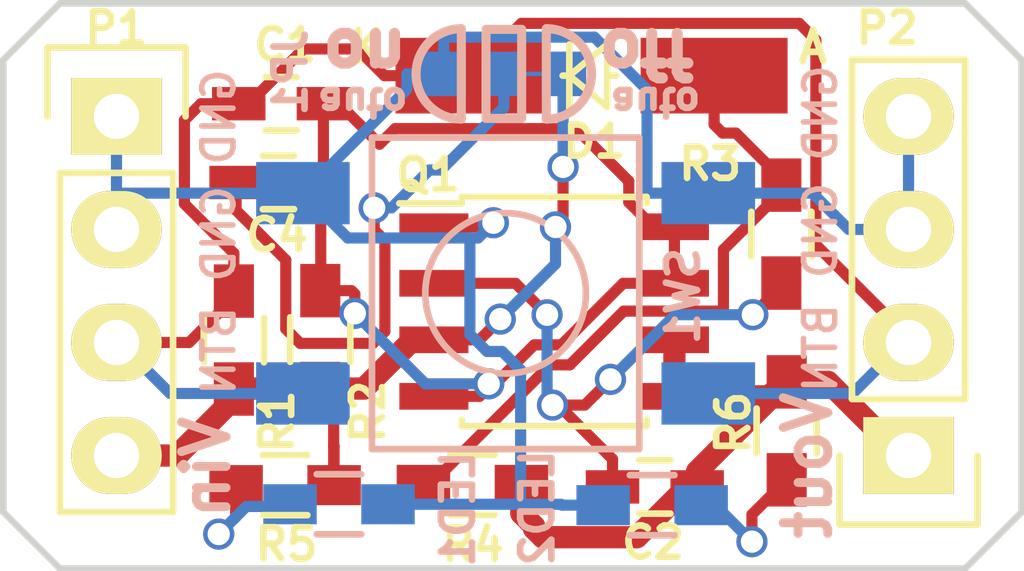
<source format=kicad_pcb>
(kicad_pcb (version 20171130) (host pcbnew "(5.1.12)-1")

  (general
    (thickness 1.6)
    (drawings 20)
    (tracks 215)
    (zones 0)
    (modules 17)
    (nets 10)
  )

  (page A4)
  (layers
    (0 F.Cu signal)
    (31 B.Cu signal)
    (32 B.Adhes user hide)
    (33 F.Adhes user hide)
    (34 B.Paste user hide)
    (35 F.Paste user hide)
    (36 B.SilkS user hide)
    (37 F.SilkS user hide)
    (38 B.Mask user hide)
    (39 F.Mask user hide)
    (40 Dwgs.User user hide)
    (41 Cmts.User user hide)
    (42 Eco1.User user hide)
    (43 Eco2.User user hide)
    (44 Edge.Cuts user)
    (45 Margin user hide)
    (46 B.CrtYd user hide)
    (47 F.CrtYd user hide)
    (48 B.Fab user hide)
    (49 F.Fab user hide)
  )

  (setup
    (last_trace_width 0.25)
    (user_trace_width 0.1)
    (user_trace_width 0.2)
    (user_trace_width 0.5)
    (trace_clearance 0.2)
    (zone_clearance 0.508)
    (zone_45_only no)
    (trace_min 0.1)
    (via_size 0.7)
    (via_drill 0.5)
    (via_min_size 0.4)
    (via_min_drill 0.3)
    (uvia_size 0.3)
    (uvia_drill 0.1)
    (uvias_allowed no)
    (uvia_min_size 0.2)
    (uvia_min_drill 0.1)
    (edge_width 0.15)
    (segment_width 0.2)
    (pcb_text_width 0.3)
    (pcb_text_size 1.5 1.5)
    (mod_edge_width 0.15)
    (mod_text_size 0.7 0.7)
    (mod_text_width 0.15)
    (pad_size 1.524 1.524)
    (pad_drill 0.762)
    (pad_to_mask_clearance 0.2)
    (aux_axis_origin 0 0)
    (grid_origin 225.815 102.355)
    (visible_elements 7FFEFFFF)
    (pcbplotparams
      (layerselection 0x010f0_ffffffff)
      (usegerberextensions true)
      (usegerberattributes true)
      (usegerberadvancedattributes true)
      (creategerberjobfile true)
      (excludeedgelayer true)
      (linewidth 0.100000)
      (plotframeref false)
      (viasonmask false)
      (mode 1)
      (useauxorigin false)
      (hpglpennumber 1)
      (hpglpenspeed 20)
      (hpglpendiameter 15.000000)
      (psnegative false)
      (psa4output false)
      (plotreference true)
      (plotvalue true)
      (plotinvisibletext false)
      (padsonsilk false)
      (subtractmaskfromsilk true)
      (outputformat 1)
      (mirror false)
      (drillshape 0)
      (scaleselection 1)
      (outputdirectory "../gerbers/"))
  )

  (net 0 "")
  (net 1 "Net-(C1-Pad1)")
  (net 2 /Button)
  (net 3 "Net-(C2-Pad1)")
  (net 4 /Vout)
  (net 5 "Net-(D1-Pad2)")
  (net 6 GND)
  (net 7 /Vin)
  (net 8 "Net-(LED2-Pad2)")
  (net 9 "Net-(LED1-Pad2)")

  (net_class Default "This is the default net class."
    (clearance 0.2)
    (trace_width 0.25)
    (via_dia 0.7)
    (via_drill 0.5)
    (uvia_dia 0.3)
    (uvia_drill 0.1)
    (add_net /Button)
    (add_net /Vin)
    (add_net /Vout)
    (add_net GND)
    (add_net "Net-(C1-Pad1)")
    (add_net "Net-(C2-Pad1)")
    (add_net "Net-(D1-Pad2)")
    (add_net "Net-(LED1-Pad2)")
    (add_net "Net-(LED2-Pad2)")
  )

  (module KiCad/Resistors_SMD.pretty:R_0603_HandSoldering (layer F.Cu) (tedit 575ABB37) (tstamp 5759521E)
    (at 233.485 109.935 270)
    (descr "Resistor SMD 0603, hand soldering")
    (tags "resistor 0603")
    (path /57595185)
    (attr smd)
    (fp_text reference R6 (at -0.18 1.2 90) (layer F.SilkS)
      (effects (font (size 0.7 0.7) (thickness 0.15)))
    )
    (fp_text value 1k (at 0 1.9 270) (layer F.Fab)
      (effects (font (size 1 1) (thickness 0.15)))
    )
    (fp_line (start -2 -0.8) (end 2 -0.8) (layer F.CrtYd) (width 0.05))
    (fp_line (start -2 0.8) (end 2 0.8) (layer F.CrtYd) (width 0.05))
    (fp_line (start -2 -0.8) (end -2 0.8) (layer F.CrtYd) (width 0.05))
    (fp_line (start 2 -0.8) (end 2 0.8) (layer F.CrtYd) (width 0.05))
    (fp_line (start 0.5 0.675) (end -0.5 0.675) (layer F.SilkS) (width 0.15))
    (fp_line (start -0.5 -0.675) (end 0.5 -0.675) (layer F.SilkS) (width 0.15))
    (pad 1 smd rect (at -1.1 0 270) (size 1.2 0.9) (layers F.Cu F.Paste F.Mask)
      (net 4 /Vout))
    (pad 2 smd rect (at 1.1 0 270) (size 1.2 0.9) (layers F.Cu F.Paste F.Mask)
      (net 8 "Net-(LED2-Pad2)"))
    (model Resistors_SMD.3dshapes/R_0603_HandSoldering.wrl
      (at (xyz 0 0 0))
      (scale (xyz 1 1 1))
      (rotate (xyz 0 0 0))
    )
  )

  (module KiCad/Resistors_SMD.pretty:R_0603_HandSoldering (layer F.Cu) (tedit 575AB7D2) (tstamp 5759522E)
    (at 222.225 111.155 180)
    (descr "Resistor SMD 0603, hand soldering")
    (tags "resistor 0603")
    (path /57595945)
    (attr smd)
    (fp_text reference R5 (at -0.03 -1.33 180) (layer F.SilkS)
      (effects (font (size 0.7 0.7) (thickness 0.15)))
    )
    (fp_text value 1k (at 0 1.9 180) (layer F.Fab)
      (effects (font (size 1 1) (thickness 0.15)))
    )
    (fp_line (start -2 -0.8) (end 2 -0.8) (layer F.CrtYd) (width 0.05))
    (fp_line (start -2 0.8) (end 2 0.8) (layer F.CrtYd) (width 0.05))
    (fp_line (start -2 -0.8) (end -2 0.8) (layer F.CrtYd) (width 0.05))
    (fp_line (start 2 -0.8) (end 2 0.8) (layer F.CrtYd) (width 0.05))
    (fp_line (start 0.5 0.675) (end -0.5 0.675) (layer F.SilkS) (width 0.15))
    (fp_line (start -0.5 -0.675) (end 0.5 -0.675) (layer F.SilkS) (width 0.15))
    (pad 1 smd rect (at -1.1 0 180) (size 1.2 0.9) (layers F.Cu F.Paste F.Mask)
      (net 7 /Vin))
    (pad 2 smd rect (at 1.1 0 180) (size 1.2 0.9) (layers F.Cu F.Paste F.Mask)
      (net 9 "Net-(LED1-Pad2)"))
    (model Resistors_SMD.3dshapes/R_0603_HandSoldering.wrl
      (at (xyz 0 0 0))
      (scale (xyz 1 1 1))
      (rotate (xyz 0 0 0))
    )
  )

  (module KiCad/Resistors_SMD.pretty:R_0603_HandSoldering (layer F.Cu) (tedit 575AB7D5) (tstamp 57595239)
    (at 226.43 111.15 180)
    (descr "Resistor SMD 0603, hand soldering")
    (tags "resistor 0603")
    (path /569FD783)
    (attr smd)
    (fp_text reference R4 (at -0.015 -1.345 180) (layer F.SilkS)
      (effects (font (size 0.7 0.7) (thickness 0.15)))
    )
    (fp_text value 100k (at 0 1.9 180) (layer F.Fab)
      (effects (font (size 1 1) (thickness 0.15)))
    )
    (fp_line (start -2 -0.8) (end 2 -0.8) (layer F.CrtYd) (width 0.05))
    (fp_line (start -2 0.8) (end 2 0.8) (layer F.CrtYd) (width 0.05))
    (fp_line (start -2 -0.8) (end -2 0.8) (layer F.CrtYd) (width 0.05))
    (fp_line (start 2 -0.8) (end 2 0.8) (layer F.CrtYd) (width 0.05))
    (fp_line (start 0.5 0.675) (end -0.5 0.675) (layer F.SilkS) (width 0.15))
    (fp_line (start -0.5 -0.675) (end 0.5 -0.675) (layer F.SilkS) (width 0.15))
    (pad 1 smd rect (at -1.1 0 180) (size 1.2 0.9) (layers F.Cu F.Paste F.Mask)
      (net 4 /Vout))
    (pad 2 smd rect (at 1.1 0 180) (size 1.2 0.9) (layers F.Cu F.Paste F.Mask)
      (net 5 "Net-(D1-Pad2)"))
    (model Resistors_SMD.3dshapes/R_0603_HandSoldering.wrl
      (at (xyz 0 0 0))
      (scale (xyz 1 1 1))
      (rotate (xyz 0 0 0))
    )
  )

  (module KiCad/Resistors_SMD.pretty:R_0603_HandSoldering (layer F.Cu) (tedit 575AB863) (tstamp 57595248)
    (at 221.075 107.895 90)
    (descr "Resistor SMD 0603, hand soldering")
    (tags "resistor 0603")
    (path /569FC430)
    (attr smd)
    (fp_text reference R1 (at -1.83 0.97 90) (layer F.SilkS)
      (effects (font (size 0.7 0.7) (thickness 0.15)))
    )
    (fp_text value 10k (at 0 1.9 90) (layer F.Fab)
      (effects (font (size 1 1) (thickness 0.15)))
    )
    (fp_line (start -2 -0.8) (end 2 -0.8) (layer F.CrtYd) (width 0.05))
    (fp_line (start -2 0.8) (end 2 0.8) (layer F.CrtYd) (width 0.05))
    (fp_line (start -2 -0.8) (end -2 0.8) (layer F.CrtYd) (width 0.05))
    (fp_line (start 2 -0.8) (end 2 0.8) (layer F.CrtYd) (width 0.05))
    (fp_line (start 0.5 0.675) (end -0.5 0.675) (layer F.SilkS) (width 0.15))
    (fp_line (start -0.5 -0.675) (end 0.5 -0.675) (layer F.SilkS) (width 0.15))
    (pad 1 smd rect (at -1.1 0 90) (size 1.2 0.9) (layers F.Cu F.Paste F.Mask)
      (net 7 /Vin))
    (pad 2 smd rect (at 1.1 0 90) (size 1.2 0.9) (layers F.Cu F.Paste F.Mask)
      (net 2 /Button))
    (model Resistors_SMD.3dshapes/R_0603_HandSoldering.wrl
      (at (xyz 0 0 0))
      (scale (xyz 1 1 1))
      (rotate (xyz 0 0 0))
    )
  )

  (module KiCad/Resistors_SMD.pretty:R_0603_HandSoldering (layer F.Cu) (tedit 575AB856) (tstamp 57595257)
    (at 223.015 107.885 90)
    (descr "Resistor SMD 0603, hand soldering")
    (tags "resistor 0603")
    (path /569FC492)
    (attr smd)
    (fp_text reference R2 (at -1.62 1.07 90) (layer F.SilkS)
      (effects (font (size 0.7 0.7) (thickness 0.15)))
    )
    (fp_text value 100k (at 0 1.9 90) (layer F.Fab)
      (effects (font (size 1 1) (thickness 0.15)))
    )
    (fp_line (start -2 -0.8) (end 2 -0.8) (layer F.CrtYd) (width 0.05))
    (fp_line (start -2 0.8) (end 2 0.8) (layer F.CrtYd) (width 0.05))
    (fp_line (start -2 -0.8) (end -2 0.8) (layer F.CrtYd) (width 0.05))
    (fp_line (start 2 -0.8) (end 2 0.8) (layer F.CrtYd) (width 0.05))
    (fp_line (start 0.5 0.675) (end -0.5 0.675) (layer F.SilkS) (width 0.15))
    (fp_line (start -0.5 -0.675) (end 0.5 -0.675) (layer F.SilkS) (width 0.15))
    (pad 1 smd rect (at -1.1 0 90) (size 1.2 0.9) (layers F.Cu F.Paste F.Mask)
      (net 7 /Vin))
    (pad 2 smd rect (at 1.1 0 90) (size 1.2 0.9) (layers F.Cu F.Paste F.Mask)
      (net 1 "Net-(C1-Pad1)"))
    (model Resistors_SMD.3dshapes/R_0603_HandSoldering.wrl
      (at (xyz 0 0 0))
      (scale (xyz 1 1 1))
      (rotate (xyz 0 0 0))
    )
  )

  (module KiCad/Resistors_SMD.pretty:R_0603_HandSoldering (layer F.Cu) (tedit 575AB891) (tstamp 57595266)
    (at 233.365 105.515 270)
    (descr "Resistor SMD 0603, hand soldering")
    (tags "resistor 0603")
    (path /569FD864)
    (attr smd)
    (fp_text reference R3 (at -1.58 1.6) (layer F.SilkS)
      (effects (font (size 0.7 0.7) (thickness 0.15)))
    )
    (fp_text value 300k (at 0 1.9 270) (layer F.Fab)
      (effects (font (size 1 1) (thickness 0.15)))
    )
    (fp_line (start -2 -0.8) (end 2 -0.8) (layer F.CrtYd) (width 0.05))
    (fp_line (start -2 0.8) (end 2 0.8) (layer F.CrtYd) (width 0.05))
    (fp_line (start -2 -0.8) (end -2 0.8) (layer F.CrtYd) (width 0.05))
    (fp_line (start 2 -0.8) (end 2 0.8) (layer F.CrtYd) (width 0.05))
    (fp_line (start 0.5 0.675) (end -0.5 0.675) (layer F.SilkS) (width 0.15))
    (fp_line (start -0.5 -0.675) (end 0.5 -0.675) (layer F.SilkS) (width 0.15))
    (pad 1 smd rect (at -1.1 0 270) (size 1.2 0.9) (layers F.Cu F.Paste F.Mask)
      (net 5 "Net-(D1-Pad2)"))
    (pad 2 smd rect (at 1.1 0 270) (size 1.2 0.9) (layers F.Cu F.Paste F.Mask)
      (net 3 "Net-(C2-Pad1)"))
    (model Resistors_SMD.3dshapes/R_0603_HandSoldering.wrl
      (at (xyz 0 0 0))
      (scale (xyz 1 1 1))
      (rotate (xyz 0 0 0))
    )
  )

  (module KiCad/Pin_Headers.pretty:Pin_Header_Straight_1x04 (layer F.Cu) (tedit 0) (tstamp 57595275)
    (at 236.22 110.49 180)
    (descr "Through hole pin header")
    (tags "pin header")
    (path /569FCF63)
    (fp_text reference P2 (at 0.485 9.605 180) (layer F.SilkS)
      (effects (font (size 0.7 0.7) (thickness 0.15)))
    )
    (fp_text value CONN_01X04 (at 0 -3.1 180) (layer F.Fab)
      (effects (font (size 1 1) (thickness 0.15)))
    )
    (fp_line (start -1.75 -1.75) (end -1.75 9.4) (layer F.CrtYd) (width 0.05))
    (fp_line (start 1.75 -1.75) (end 1.75 9.4) (layer F.CrtYd) (width 0.05))
    (fp_line (start -1.75 -1.75) (end 1.75 -1.75) (layer F.CrtYd) (width 0.05))
    (fp_line (start -1.75 9.4) (end 1.75 9.4) (layer F.CrtYd) (width 0.05))
    (fp_line (start -1.27 1.27) (end -1.27 8.89) (layer F.SilkS) (width 0.15))
    (fp_line (start 1.27 1.27) (end 1.27 8.89) (layer F.SilkS) (width 0.15))
    (fp_line (start 1.55 -1.55) (end 1.55 0) (layer F.SilkS) (width 0.15))
    (fp_line (start -1.27 8.89) (end 1.27 8.89) (layer F.SilkS) (width 0.15))
    (fp_line (start 1.27 1.27) (end -1.27 1.27) (layer F.SilkS) (width 0.15))
    (fp_line (start -1.55 0) (end -1.55 -1.55) (layer F.SilkS) (width 0.15))
    (fp_line (start -1.55 -1.55) (end 1.55 -1.55) (layer F.SilkS) (width 0.15))
    (pad 1 thru_hole rect (at 0 0 180) (size 2.032 1.7272) (drill 1.016) (layers *.Cu *.Mask F.SilkS)
      (net 4 /Vout))
    (pad 2 thru_hole oval (at 0 2.54 180) (size 2.032 1.7272) (drill 1.016) (layers *.Cu *.Mask F.SilkS)
      (net 2 /Button))
    (pad 3 thru_hole oval (at 0 5.08 180) (size 2.032 1.7272) (drill 1.016) (layers *.Cu *.Mask F.SilkS)
      (net 6 GND))
    (pad 4 thru_hole oval (at 0 7.62 180) (size 2.032 1.7272) (drill 1.016) (layers *.Cu *.Mask F.SilkS)
      (net 6 GND))
    (model Pin_Headers.3dshapes/Pin_Header_Straight_1x04.wrl
      (offset (xyz 0 -3.809999942779541 0))
      (scale (xyz 1 1 1))
      (rotate (xyz 0 0 90))
    )
  )

  (module KiCad/Pin_Headers.pretty:Pin_Header_Straight_1x04 (layer F.Cu) (tedit 0) (tstamp 5759528A)
    (at 218.44 102.87)
    (descr "Through hole pin header")
    (tags "pin header")
    (path /569FC392)
    (fp_text reference P1 (at -0.005 -1.975) (layer F.SilkS)
      (effects (font (size 0.7 0.7) (thickness 0.15)))
    )
    (fp_text value CONN_01X04 (at 0 -3.1) (layer F.Fab)
      (effects (font (size 1 1) (thickness 0.15)))
    )
    (fp_line (start -1.75 -1.75) (end -1.75 9.4) (layer F.CrtYd) (width 0.05))
    (fp_line (start 1.75 -1.75) (end 1.75 9.4) (layer F.CrtYd) (width 0.05))
    (fp_line (start -1.75 -1.75) (end 1.75 -1.75) (layer F.CrtYd) (width 0.05))
    (fp_line (start -1.75 9.4) (end 1.75 9.4) (layer F.CrtYd) (width 0.05))
    (fp_line (start -1.27 1.27) (end -1.27 8.89) (layer F.SilkS) (width 0.15))
    (fp_line (start 1.27 1.27) (end 1.27 8.89) (layer F.SilkS) (width 0.15))
    (fp_line (start 1.55 -1.55) (end 1.55 0) (layer F.SilkS) (width 0.15))
    (fp_line (start -1.27 8.89) (end 1.27 8.89) (layer F.SilkS) (width 0.15))
    (fp_line (start 1.27 1.27) (end -1.27 1.27) (layer F.SilkS) (width 0.15))
    (fp_line (start -1.55 0) (end -1.55 -1.55) (layer F.SilkS) (width 0.15))
    (fp_line (start -1.55 -1.55) (end 1.55 -1.55) (layer F.SilkS) (width 0.15))
    (pad 1 thru_hole rect (at 0 0) (size 2.032 1.7272) (drill 1.016) (layers *.Cu *.Mask F.SilkS)
      (net 6 GND))
    (pad 2 thru_hole oval (at 0 2.54) (size 2.032 1.7272) (drill 1.016) (layers *.Cu *.Mask F.SilkS)
      (net 6 GND))
    (pad 3 thru_hole oval (at 0 5.08) (size 2.032 1.7272) (drill 1.016) (layers *.Cu *.Mask F.SilkS)
      (net 2 /Button))
    (pad 4 thru_hole oval (at 0 7.62) (size 2.032 1.7272) (drill 1.016) (layers *.Cu *.Mask F.SilkS)
      (net 7 /Vin))
    (model Pin_Headers.3dshapes/Pin_Header_Straight_1x04.wrl
      (offset (xyz 0 -3.809999942779541 0))
      (scale (xyz 1 1 1))
      (rotate (xyz 0 0 90))
    )
  )

  (module KiCad/Capacitors_SMD.pretty:C_0603_HandSoldering (layer F.Cu) (tedit 575AB843) (tstamp 575952CE)
    (at 230.525 111.195)
    (descr "Capacitor SMD 0603, hand soldering")
    (tags "capacitor 0603")
    (path /569FCE3F)
    (attr smd)
    (fp_text reference C2 (at -0.04 1.25) (layer F.SilkS)
      (effects (font (size 0.7 0.7) (thickness 0.15)))
    )
    (fp_text value 10uF (at 0 1.9) (layer F.Fab)
      (effects (font (size 1 1) (thickness 0.15)))
    )
    (fp_line (start -1.85 -0.75) (end 1.85 -0.75) (layer F.CrtYd) (width 0.05))
    (fp_line (start -1.85 0.75) (end 1.85 0.75) (layer F.CrtYd) (width 0.05))
    (fp_line (start -1.85 -0.75) (end -1.85 0.75) (layer F.CrtYd) (width 0.05))
    (fp_line (start 1.85 -0.75) (end 1.85 0.75) (layer F.CrtYd) (width 0.05))
    (fp_line (start -0.35 -0.6) (end 0.35 -0.6) (layer F.SilkS) (width 0.15))
    (fp_line (start 0.35 0.6) (end -0.35 0.6) (layer F.SilkS) (width 0.15))
    (pad 1 smd rect (at -0.95 0) (size 1.2 0.75) (layers F.Cu F.Paste F.Mask)
      (net 3 "Net-(C2-Pad1)"))
    (pad 2 smd rect (at 0.95 0) (size 1.2 0.75) (layers F.Cu F.Paste F.Mask)
      (net 4 /Vout))
    (model Capacitors_SMD.3dshapes/C_0603_HandSoldering.wrl
      (at (xyz 0 0 0))
      (scale (xyz 1 1 1))
      (rotate (xyz 0 0 0))
    )
  )

  (module KiCad/Capacitors_SMD.pretty:C_0603_HandSoldering (layer F.Cu) (tedit 575AB84E) (tstamp 57595200)
    (at 222.075 104.355)
    (descr "Capacitor SMD 0603, hand soldering")
    (tags "capacitor 0603")
    (path /57563AC8)
    (attr smd)
    (fp_text reference C4 (at -0.03 1.18) (layer F.SilkS)
      (effects (font (size 0.7 0.7) (thickness 0.15)))
    )
    (fp_text value 0.1uF (at 0 1.9) (layer F.Fab)
      (effects (font (size 1 1) (thickness 0.15)))
    )
    (fp_line (start -1.85 -0.75) (end 1.85 -0.75) (layer F.CrtYd) (width 0.05))
    (fp_line (start -1.85 0.75) (end 1.85 0.75) (layer F.CrtYd) (width 0.05))
    (fp_line (start -1.85 -0.75) (end -1.85 0.75) (layer F.CrtYd) (width 0.05))
    (fp_line (start 1.85 -0.75) (end 1.85 0.75) (layer F.CrtYd) (width 0.05))
    (fp_line (start -0.35 -0.6) (end 0.35 -0.6) (layer F.SilkS) (width 0.15))
    (fp_line (start 0.35 0.6) (end -0.35 0.6) (layer F.SilkS) (width 0.15))
    (pad 1 smd rect (at -0.95 0) (size 1.2 0.75) (layers F.Cu F.Paste F.Mask)
      (net 7 /Vin))
    (pad 2 smd rect (at 0.95 0) (size 1.2 0.75) (layers F.Cu F.Paste F.Mask)
      (net 1 "Net-(C1-Pad1)"))
    (model Capacitors_SMD.3dshapes/C_0603_HandSoldering.wrl
      (at (xyz 0 0 0))
      (scale (xyz 1 1 1))
      (rotate (xyz 0 0 0))
    )
  )

  (module KiCad/Capacitors_SMD.pretty:C_0603_HandSoldering (layer F.Cu) (tedit 575AB84A) (tstamp 575952ED)
    (at 222.135 102.585 180)
    (descr "Capacitor SMD 0603, hand soldering")
    (tags "capacitor 0603")
    (path /569FC537)
    (attr smd)
    (fp_text reference C1 (at -0.09 1.32 180) (layer F.SilkS)
      (effects (font (size 0.7 0.7) (thickness 0.15)))
    )
    (fp_text value 1uF (at 0 1.9 180) (layer F.Fab)
      (effects (font (size 1 1) (thickness 0.15)))
    )
    (fp_line (start -1.85 -0.75) (end 1.85 -0.75) (layer F.CrtYd) (width 0.05))
    (fp_line (start -1.85 0.75) (end 1.85 0.75) (layer F.CrtYd) (width 0.05))
    (fp_line (start -1.85 -0.75) (end -1.85 0.75) (layer F.CrtYd) (width 0.05))
    (fp_line (start 1.85 -0.75) (end 1.85 0.75) (layer F.CrtYd) (width 0.05))
    (fp_line (start -0.35 -0.6) (end 0.35 -0.6) (layer F.SilkS) (width 0.15))
    (fp_line (start 0.35 0.6) (end -0.35 0.6) (layer F.SilkS) (width 0.15))
    (pad 1 smd rect (at -0.95 0 180) (size 1.2 0.75) (layers F.Cu F.Paste F.Mask)
      (net 1 "Net-(C1-Pad1)"))
    (pad 2 smd rect (at 0.95 0 180) (size 1.2 0.75) (layers F.Cu F.Paste F.Mask)
      (net 2 /Button))
    (model Capacitors_SMD.3dshapes/C_0603_HandSoldering.wrl
      (at (xyz 0 0 0))
      (scale (xyz 1 1 1))
      (rotate (xyz 0 0 0))
    )
  )

  (module custom:FSM2JSMA (layer B.Cu) (tedit 57596A88) (tstamp 57596D36)
    (at 227.175 106.845 270)
    (path /569FEA9F)
    (fp_text reference SW1 (at 0.06 -3.98 90) (layer B.SilkS)
      (effects (font (size 0.7 0.7) (thickness 0.15)) (justify mirror))
    )
    (fp_text value SW_PUSH_SMALL (at 0 0.5 270) (layer B.Fab)
      (effects (font (size 1 1) (thickness 0.15)) (justify mirror))
    )
    (fp_circle (center 0 0) (end 1.5 -1) (layer B.SilkS) (width 0.15))
    (fp_line (start 3.5 3) (end -3.5 3) (layer B.SilkS) (width 0.15))
    (fp_line (start 3.5 -3) (end 3.5 3) (layer B.SilkS) (width 0.15))
    (fp_line (start -3.5 -3) (end 3.5 -3) (layer B.SilkS) (width 0.15))
    (fp_line (start -3.5 3) (end -3.5 -3) (layer B.SilkS) (width 0.15))
    (pad 2 smd rect (at -2.25 4.55 270) (size 1.4 2.1) (layers B.Cu B.Paste B.Mask)
      (net 6 GND))
    (pad 1 smd rect (at 2.25 -4.55 270) (size 1.4 2.1) (layers B.Cu B.Paste B.Mask)
      (net 2 /Button))
    (pad 2 smd rect (at -2.25 -4.55 270) (size 1.4 2.1) (layers B.Cu B.Paste B.Mask)
      (net 6 GND))
    (pad 1 smd rect (at 2.25 4.55 270) (size 1.4 2.1) (layers B.Cu B.Paste B.Mask)
      (net 2 /Button))
  )

  (module KiCad/Housings_SOIC.pretty:SOIC-8_3.9x4.9mm_Pitch1.27mm (layer F.Cu) (tedit 575AB886) (tstamp 57598F4B)
    (at 228.265 107.255)
    (descr "8-Lead Plastic Small Outline (SN) - Narrow, 3.90 mm Body [SOIC] (see Microchip Packaging Specification 00000049BS.pdf)")
    (tags "SOIC 1.27")
    (path /569FBD83)
    (attr smd)
    (fp_text reference Q1 (at -2.83 -3.07) (layer F.SilkS)
      (effects (font (size 0.7 0.7) (thickness 0.15)))
    )
    (fp_text value IRF7309IPBF (at 0 3.5) (layer F.Fab)
      (effects (font (size 1 1) (thickness 0.15)))
    )
    (fp_line (start -3.75 -2.75) (end -3.75 2.75) (layer F.CrtYd) (width 0.05))
    (fp_line (start 3.75 -2.75) (end 3.75 2.75) (layer F.CrtYd) (width 0.05))
    (fp_line (start -3.75 -2.75) (end 3.75 -2.75) (layer F.CrtYd) (width 0.05))
    (fp_line (start -3.75 2.75) (end 3.75 2.75) (layer F.CrtYd) (width 0.05))
    (fp_line (start -2.075 -2.575) (end -2.075 -2.43) (layer F.SilkS) (width 0.15))
    (fp_line (start 2.075 -2.575) (end 2.075 -2.43) (layer F.SilkS) (width 0.15))
    (fp_line (start 2.075 2.575) (end 2.075 2.43) (layer F.SilkS) (width 0.15))
    (fp_line (start -2.075 2.575) (end -2.075 2.43) (layer F.SilkS) (width 0.15))
    (fp_line (start -2.075 -2.575) (end 2.075 -2.575) (layer F.SilkS) (width 0.15))
    (fp_line (start -2.075 2.575) (end 2.075 2.575) (layer F.SilkS) (width 0.15))
    (fp_line (start -2.075 -2.43) (end -3.475 -2.43) (layer F.SilkS) (width 0.15))
    (pad 1 smd rect (at -2.7 -1.905) (size 1.55 0.6) (layers F.Cu F.Paste F.Mask)
      (net 6 GND))
    (pad 2 smd rect (at -2.7 -0.635) (size 1.55 0.6) (layers F.Cu F.Paste F.Mask)
      (net 3 "Net-(C2-Pad1)"))
    (pad 3 smd rect (at -2.7 0.635) (size 1.55 0.6) (layers F.Cu F.Paste F.Mask)
      (net 7 /Vin))
    (pad 4 smd rect (at -2.7 1.905) (size 1.55 0.6) (layers F.Cu F.Paste F.Mask)
      (net 1 "Net-(C1-Pad1)"))
    (pad 5 smd rect (at 2.7 1.905) (size 1.55 0.6) (layers F.Cu F.Paste F.Mask)
      (net 4 /Vout))
    (pad 6 smd rect (at 2.7 0.635) (size 1.55 0.6) (layers F.Cu F.Paste F.Mask)
      (net 4 /Vout))
    (pad 7 smd rect (at 2.7 -0.635) (size 1.55 0.6) (layers F.Cu F.Paste F.Mask)
      (net 1 "Net-(C1-Pad1)"))
    (pad 8 smd rect (at 2.7 -1.905) (size 1.55 0.6) (layers F.Cu F.Paste F.Mask)
      (net 1 "Net-(C1-Pad1)"))
    (model Housings_SOIC.3dshapes/SOIC-8_3.9x4.9mm_Pitch1.27mm.wrl
      (at (xyz 0 0 0))
      (scale (xyz 1 1 1))
      (rotate (xyz 0 0 0))
    )
  )

  (module KiCad/Resistors_SMD.pretty:R_0603_HandSoldering (layer B.Cu) (tedit 575AB935) (tstamp 575992A4)
    (at 230.465 111.605)
    (descr "Resistor SMD 0603, hand soldering")
    (tags "resistor 0603")
    (path /57594F96)
    (attr smd)
    (fp_text reference LED2 (at -2.58 0.06 90) (layer B.SilkS)
      (effects (font (size 0.7 0.7) (thickness 0.15)) (justify mirror))
    )
    (fp_text value LED (at 0 -1.9) (layer B.Fab)
      (effects (font (size 1 1) (thickness 0.15)) (justify mirror))
    )
    (fp_line (start -2 0.8) (end 2 0.8) (layer B.CrtYd) (width 0.05))
    (fp_line (start -2 -0.8) (end 2 -0.8) (layer B.CrtYd) (width 0.05))
    (fp_line (start -2 0.8) (end -2 -0.8) (layer B.CrtYd) (width 0.05))
    (fp_line (start 2 0.8) (end 2 -0.8) (layer B.CrtYd) (width 0.05))
    (fp_line (start 0.5 -0.675) (end -0.5 -0.675) (layer B.SilkS) (width 0.15))
    (fp_line (start -0.5 0.675) (end 0.5 0.675) (layer B.SilkS) (width 0.15))
    (pad 1 smd rect (at -1.1 0) (size 1.2 0.9) (layers B.Cu B.Paste B.Mask)
      (net 6 GND))
    (pad 2 smd rect (at 1.1 0) (size 1.2 0.9) (layers B.Cu B.Paste B.Mask)
      (net 8 "Net-(LED2-Pad2)"))
    (model Resistors_SMD.3dshapes/R_0603_HandSoldering.wrl
      (at (xyz 0 0 0))
      (scale (xyz 1 1 1))
      (rotate (xyz 0 0 0))
    )
  )

  (module KiCad/Resistors_SMD.pretty:R_0603_HandSoldering (layer B.Cu) (tedit 5418A00F) (tstamp 575992B3)
    (at 223.435 111.585 180)
    (descr "Resistor SMD 0603, hand soldering")
    (tags "resistor 0603")
    (path /5759593F)
    (attr smd)
    (fp_text reference LED1 (at -2.67 -0.11 90) (layer B.SilkS)
      (effects (font (size 0.7 0.7) (thickness 0.15)) (justify mirror))
    )
    (fp_text value LED (at 0 -1.9 180) (layer B.Fab)
      (effects (font (size 1 1) (thickness 0.15)) (justify mirror))
    )
    (fp_line (start -2 0.8) (end 2 0.8) (layer B.CrtYd) (width 0.05))
    (fp_line (start -2 -0.8) (end 2 -0.8) (layer B.CrtYd) (width 0.05))
    (fp_line (start -2 0.8) (end -2 -0.8) (layer B.CrtYd) (width 0.05))
    (fp_line (start 2 0.8) (end 2 -0.8) (layer B.CrtYd) (width 0.05))
    (fp_line (start 0.5 -0.675) (end -0.5 -0.675) (layer B.SilkS) (width 0.15))
    (fp_line (start -0.5 0.675) (end 0.5 0.675) (layer B.SilkS) (width 0.15))
    (pad 1 smd rect (at -1.1 0 180) (size 1.2 0.9) (layers B.Cu B.Paste B.Mask)
      (net 6 GND))
    (pad 2 smd rect (at 1.1 0 180) (size 1.2 0.9) (layers B.Cu B.Paste B.Mask)
      (net 9 "Net-(LED1-Pad2)"))
    (model Resistors_SMD.3dshapes/R_0603_HandSoldering.wrl
      (at (xyz 0 0 0))
      (scale (xyz 1 1 1))
      (rotate (xyz 0 0 0))
    )
  )

  (module KiCad/Diodes_SMD.pretty:MiniMELF_Handsoldering (layer F.Cu) (tedit 575AB88C) (tstamp 575AA7FF)
    (at 229.105 101.955)
    (descr "Diode Mini-MELF Handsoldering")
    (tags "Diode Mini-MELF Handsoldering")
    (path /569FCB4E)
    (attr smd)
    (fp_text reference D1 (at 0.06 1.48 180) (layer F.SilkS)
      (effects (font (size 0.7 0.7) (thickness 0.15)))
    )
    (fp_text value D (at 0 3.81) (layer F.Fab)
      (effects (font (size 1 1) (thickness 0.15)))
    )
    (fp_line (start -4.55 -1) (end 4.55 -1) (layer F.CrtYd) (width 0.05))
    (fp_line (start 4.55 -1) (end 4.55 1) (layer F.CrtYd) (width 0.05))
    (fp_line (start 4.55 1) (end -4.55 1) (layer F.CrtYd) (width 0.05))
    (fp_line (start -4.55 1) (end -4.55 -1) (layer F.CrtYd) (width 0.05))
    (fp_line (start -0.49958 0) (end -0.64944 0) (layer F.SilkS) (width 0.15))
    (fp_line (start 0.34878 0) (end 0.54944 0) (layer F.SilkS) (width 0.15))
    (fp_line (start -0.49958 0) (end -0.49958 0.7493) (layer F.SilkS) (width 0.15))
    (fp_line (start -0.49958 0) (end -0.49958 -0.70104) (layer F.SilkS) (width 0.15))
    (fp_line (start -0.49958 0) (end 0.34878 -0.70104) (layer F.SilkS) (width 0.15))
    (fp_line (start 0.34878 -0.70104) (end 0.34878 0.70104) (layer F.SilkS) (width 0.15))
    (fp_line (start 0.34878 0.70104) (end -0.49958 0) (layer F.SilkS) (width 0.15))
    (fp_text user K (at -5.05 -0.64) (layer F.SilkS)
      (effects (font (size 0.7 0.7) (thickness 0.15)))
    )
    (fp_text user A (at 4.97 -0.65) (layer F.SilkS)
      (effects (font (size 0.7 0.7) (thickness 0.15)))
    )
    (pad 1 smd rect (at -2.75082 0) (size 3.29946 1.69926) (layers F.Cu F.Paste F.Mask)
      (net 2 /Button))
    (pad 2 smd rect (at 2.75082 0) (size 3.29946 1.69926) (layers F.Cu F.Paste F.Mask)
      (net 5 "Net-(D1-Pad2)"))
    (model Diodes_SMD.3dshapes/MiniMELF_Handsoldering.wrl
      (at (xyz 0 0 0))
      (scale (xyz 0.3937 0.3937 0.3937))
      (rotate (xyz 0 0 180))
    )
  )

  (module mcous/kicad-lib/footprints/jumper.pretty:SOLDER-JUMPER_2-WAY (layer B.Cu) (tedit 575ABC0E) (tstamp 575AB133)
    (at 227.135 101.915)
    (path /5756527F)
    (fp_text reference JP1 (at -4.79 -0.03 90) (layer B.SilkS)
      (effects (font (size 0.7 0.7) (thickness 0.15)) (justify mirror))
    )
    (fp_text value JUMPER3 (at 0 0) (layer B.SilkS) hide
      (effects (font (size 0.762 0.762) (thickness 0.1524)) (justify mirror))
    )
    (fp_line (start -0.4 1) (end -0.4 -1) (layer B.SilkS) (width 0.2032))
    (fp_line (start -0.4 -1) (end 0.4 -1) (layer B.SilkS) (width 0.2032))
    (fp_line (start 0.4 -1) (end 0.4 1) (layer B.SilkS) (width 0.2032))
    (fp_line (start 0.4 1) (end -0.4 1) (layer B.SilkS) (width 0.2032))
    (fp_line (start 0.954 -1.016) (end 0.954 1.016) (layer B.SilkS) (width 0.2032))
    (fp_line (start -0.954 1.016) (end -0.954 -1.016) (layer B.SilkS) (width 0.2032))
    (fp_arc (start 0.954 0) (end 1.97 0) (angle -90) (layer B.SilkS) (width 0.2032))
    (fp_arc (start 0.954 0) (end 0.954 1.016) (angle -90) (layer B.SilkS) (width 0.2032))
    (fp_arc (start -0.954 0) (end -1.97 0) (angle -90) (layer B.SilkS) (width 0.2032))
    (fp_arc (start -0.954 0) (end -0.954 -1.016) (angle -90) (layer B.SilkS) (width 0.2032))
    (pad 1 smd rect (at -1.35 0) (size 1 1) (layers B.Cu B.Paste B.Mask)
      (net 6 GND))
    (pad 3 smd rect (at 1.35 0) (size 1 1) (layers B.Cu B.Paste B.Mask)
      (net 7 /Vin))
    (pad 2 smd rect (at 0 0) (size 1 1) (layers B.Cu B.Paste B.Mask)
      (net 7 /Vin))
  )

  (gr_text auto (at 230.536484 102.544954 180) (layer B.SilkS) (tstamp 5759958C)
    (effects (font (size 0.6 0.6) (thickness 0.15)) (justify mirror))
  )
  (gr_text auto (at 223.964368 102.544954 180) (layer B.SilkS)
    (effects (font (size 0.6 0.6) (thickness 0.15)) (justify mirror))
  )
  (gr_text Vout (at 233.95475 110.715 90) (layer B.SilkS)
    (effects (font (size 1 1) (thickness 0.2)) (justify mirror))
  )
  (gr_text BTN (at 234.245 108.075 90) (layer B.SilkS)
    (effects (font (size 0.7 0.7) (thickness 0.125)) (justify mirror))
  )
  (gr_text GND (at 234.245 105.435 90) (layer B.SilkS)
    (effects (font (size 0.7 0.7) (thickness 0.125)) (justify mirror))
  )
  (gr_text GND (at 234.245 102.795 90) (layer B.SilkS)
    (effects (font (size 0.7 0.7) (thickness 0.125)) (justify mirror))
  )
  (gr_text Vin (at 220.447 110.758998 90) (layer B.SilkS)
    (effects (font (size 1 1) (thickness 0.2)) (justify mirror))
  )
  (gr_text BTN (at 220.73725 108.134332 90) (layer B.SilkS)
    (effects (font (size 0.7 0.7) (thickness 0.125)) (justify mirror))
  )
  (gr_text GND (at 220.73725 105.509666 90) (layer B.SilkS)
    (effects (font (size 0.7 0.7) (thickness 0.125)) (justify mirror))
  )
  (gr_text on (at 224.014368 101.454954 180) (layer B.SilkS)
    (effects (font (size 1 1) (thickness 0.25)) (justify mirror))
  )
  (gr_text "off\n" (at 230.336484 101.454954 180) (layer B.SilkS)
    (effects (font (size 1 1) (thickness 0.25)) (justify mirror))
  )
  (gr_text GND (at 220.73725 102.885 90) (layer B.SilkS)
    (effects (font (size 0.7 0.7) (thickness 0.125)) (justify mirror))
  )
  (gr_line (start 237.49 100.33) (end 217.17 100.33) (angle 90) (layer Edge.Cuts) (width 0.15))
  (gr_line (start 238.76 101.6) (end 237.49 100.33) (angle 90) (layer Edge.Cuts) (width 0.15))
  (gr_line (start 238.76 111.76) (end 238.76 101.6) (angle 90) (layer Edge.Cuts) (width 0.15))
  (gr_line (start 237.49 113.03) (end 238.76 111.76) (angle 90) (layer Edge.Cuts) (width 0.15))
  (gr_line (start 217.17 113.03) (end 237.49 113.03) (angle 90) (layer Edge.Cuts) (width 0.15))
  (gr_line (start 215.9 111.76) (end 217.17 113.03) (angle 90) (layer Edge.Cuts) (width 0.15))
  (gr_line (start 215.9 101.6) (end 215.9 111.76) (angle 90) (layer Edge.Cuts) (width 0.15))
  (gr_line (start 217.17 100.33) (end 215.9 101.6) (angle 90) (layer Edge.Cuts) (width 0.15))

  (segment (start 230.965 105.35) (end 230.965 106.62) (width 0.25) (layer F.Cu) (net 1))
  (segment (start 223.085 102.585) (end 223.435 102.585) (width 0.25) (layer F.Cu) (net 1))
  (segment (start 223.435 102.585) (end 224.345 103.495) (width 0.25) (layer F.Cu) (net 1))
  (segment (start 224.345 103.495) (end 224.695 103.145) (width 0.25) (layer F.Cu) (net 1))
  (segment (start 224.695 103.145) (end 228.76 103.145) (width 0.25) (layer F.Cu) (net 1))
  (segment (start 228.76 103.145) (end 229.94 104.325) (width 0.25) (layer F.Cu) (net 1))
  (segment (start 229.94 104.325) (end 229.94 104.8) (width 0.25) (layer F.Cu) (net 1))
  (segment (start 229.94 104.8) (end 230.49 105.35) (width 0.25) (layer F.Cu) (net 1))
  (segment (start 230.49 105.35) (end 230.965 105.35) (width 0.25) (layer F.Cu) (net 1))
  (segment (start 223.085 102.585) (end 223.085 104.295) (width 0.25) (layer F.Cu) (net 1))
  (segment (start 223.085 104.295) (end 223.025 104.355) (width 0.25) (layer F.Cu) (net 1))
  (segment (start 223.025 104.355) (end 223.025 106.775) (width 0.25) (layer F.Cu) (net 1))
  (segment (start 223.025 106.775) (end 223.015 106.785) (width 0.25) (layer F.Cu) (net 1))
  (segment (start 223.015 106.785) (end 223.715 106.785) (width 0.25) (layer F.Cu) (net 1))
  (segment (start 223.715 106.785) (end 223.79 106.86) (width 0.25) (layer F.Cu) (net 1))
  (segment (start 223.79 106.86) (end 223.79 107.295) (width 0.25) (layer F.Cu) (net 1))
  (segment (start 225.565 109.16) (end 226.59 109.16) (width 0.25) (layer F.Cu) (net 1))
  (segment (start 226.59 109.16) (end 226.796 108.954) (width 0.25) (layer F.Cu) (net 1))
  (segment (start 226.796 108.954) (end 226.796 108.879) (width 0.25) (layer F.Cu) (net 1))
  (segment (start 223.79 107.295) (end 225.374 108.879) (width 0.25) (layer B.Cu) (net 1))
  (segment (start 225.374 108.879) (end 226.796 108.879) (width 0.25) (layer B.Cu) (net 1))
  (segment (start 230.965 106.62) (end 229.814 106.62) (width 0.25) (layer F.Cu) (net 1))
  (segment (start 229.814 106.62) (end 228.43 108.003) (width 0.25) (layer F.Cu) (net 1))
  (segment (start 228.43 108.003) (end 227.817 108.003) (width 0.25) (layer F.Cu) (net 1))
  (segment (start 227.817 108.003) (end 226.942 108.879) (width 0.25) (layer F.Cu) (net 1))
  (segment (start 226.942 108.879) (end 226.796 108.879) (width 0.25) (layer F.Cu) (net 1))
  (via (at 223.79 107.295) (size 0.7) (layers F.Cu B.Cu) (net 1))
  (via (at 226.796 108.879) (size 0.7) (layers F.Cu B.Cu) (net 1))
  (segment (start 225.404 101.955) (end 224.454 101.955) (width 0.25) (layer F.Cu) (net 2))
  (segment (start 224.454 101.955) (end 223.854 101.355) (width 0.25) (layer F.Cu) (net 2))
  (segment (start 223.854 101.355) (end 222.64 101.355) (width 0.25) (layer F.Cu) (net 2))
  (segment (start 222.64 101.355) (end 221.41 102.585) (width 0.25) (layer F.Cu) (net 2))
  (segment (start 221.41 102.585) (end 221.185 102.585) (width 0.25) (layer F.Cu) (net 2))
  (segment (start 236.22 107.95) (end 236.22 107.835) (width 0.25) (layer F.Cu) (net 2))
  (segment (start 236.22 107.835) (end 234.14 105.755) (width 0.25) (layer F.Cu) (net 2))
  (segment (start 234.14 105.755) (end 234.14 101.155) (width 0.25) (layer F.Cu) (net 2))
  (segment (start 234.14 101.155) (end 233.766 100.78) (width 0.25) (layer F.Cu) (net 2))
  (segment (start 233.766 100.78) (end 227.529 100.78) (width 0.25) (layer F.Cu) (net 2))
  (segment (start 227.529 100.78) (end 226.354 101.955) (width 0.25) (layer F.Cu) (net 2))
  (segment (start 226.354 101.955) (end 225.404 101.955) (width 0.25) (layer F.Cu) (net 2))
  (segment (start 225.404 101.955) (end 226.3542 101.955) (width 0.25) (layer F.Cu) (net 2))
  (segment (start 218.44 107.95) (end 220.07 107.95) (width 0.25) (layer F.Cu) (net 2))
  (segment (start 220.07 107.95) (end 221.075 106.945) (width 0.25) (layer F.Cu) (net 2))
  (segment (start 221.075 106.945) (end 221.075 106.795) (width 0.25) (layer F.Cu) (net 2))
  (segment (start 222.625 109.095) (end 219.645 109.095) (width 0.25) (layer B.Cu) (net 2))
  (segment (start 219.645 109.095) (end 218.495 107.945) (width 0.25) (layer B.Cu) (net 2))
  (segment (start 218.495 107.945) (end 218.44 107.95) (width 0.25) (layer B.Cu) (net 2))
  (segment (start 231.725 109.095) (end 234.965 109.095) (width 0.25) (layer B.Cu) (net 2))
  (segment (start 234.965 109.095) (end 236.065 107.995) (width 0.25) (layer B.Cu) (net 2))
  (segment (start 236.065 107.995) (end 236.065 107.935) (width 0.25) (layer B.Cu) (net 2))
  (segment (start 236.065 107.935) (end 236.22 107.95) (width 0.25) (layer B.Cu) (net 2))
  (segment (start 221.185 102.585) (end 220.335 102.585) (width 0.25) (layer F.Cu) (net 2))
  (segment (start 220.335 102.585) (end 219.965 102.955) (width 0.25) (layer F.Cu) (net 2))
  (segment (start 219.965 102.955) (end 219.965 104.835) (width 0.25) (layer F.Cu) (net 2))
  (segment (start 219.965 104.835) (end 221.075 105.945) (width 0.25) (layer F.Cu) (net 2))
  (segment (start 221.075 105.945) (end 221.075 106.795) (width 0.25) (layer F.Cu) (net 2))
  (segment (start 228.361 109.356) (end 228.951 109.356) (width 0.25) (layer F.Cu) (net 3))
  (segment (start 228.951 109.356) (end 229.179 109.129) (width 0.25) (layer F.Cu) (net 3))
  (segment (start 229.179 109.129) (end 229.529 108.779) (width 0.25) (layer F.Cu) (net 3))
  (segment (start 228.228 109.356) (end 228.361 109.356) (width 0.25) (layer F.Cu) (net 3))
  (segment (start 225.565 106.62) (end 227.398 106.62) (width 0.25) (layer F.Cu) (net 3))
  (segment (start 227.398 106.62) (end 228.106 107.328) (width 0.25) (layer F.Cu) (net 3))
  (segment (start 232.724 107.326) (end 230.981 107.326) (width 0.25) (layer B.Cu) (net 3))
  (segment (start 230.981 107.326) (end 229.879 108.429) (width 0.25) (layer B.Cu) (net 3))
  (segment (start 229.879 108.429) (end 229.529 108.779) (width 0.25) (layer B.Cu) (net 3))
  (segment (start 229.575 111.195) (end 229.575 110.57) (width 0.25) (layer F.Cu) (net 3))
  (segment (start 229.575 110.57) (end 228.361 109.356) (width 0.25) (layer F.Cu) (net 3))
  (segment (start 233.365 106.615) (end 233.365 106.685) (width 0.25) (layer F.Cu) (net 3))
  (segment (start 233.365 106.685) (end 232.724 107.326) (width 0.25) (layer F.Cu) (net 3))
  (segment (start 228.106 107.328) (end 228.106 109.235) (width 0.25) (layer B.Cu) (net 3))
  (segment (start 228.106 109.235) (end 228.228 109.356) (width 0.25) (layer B.Cu) (net 3))
  (segment (start 228.361 109.356) (end 228.228 109.356) (width 0.25) (layer F.Cu) (net 3))
  (via (at 228.106 107.328) (size 0.7) (layers F.Cu B.Cu) (net 3))
  (via (at 232.724 107.326) (size 0.7) (layers F.Cu B.Cu) (net 3))
  (via (at 229.529 108.779) (size 0.7) (layers F.Cu B.Cu) (net 3))
  (via (at 228.228 109.356) (size 0.7) (layers F.Cu B.Cu) (net 3))
  (segment (start 236.068 110.49) (end 236.22 110.49) (width 0.5) (layer F.Cu) (net 4))
  (segment (start 233.485 108.835) (end 234.413 108.835) (width 0.5) (layer F.Cu) (net 4))
  (segment (start 234.413 108.835) (end 236.068 110.49) (width 0.5) (layer F.Cu) (net 4))
  (segment (start 231.25 111.195) (end 231.475 111.195) (width 0.5) (layer F.Cu) (net 4))
  (segment (start 228.005 112.325) (end 230.12 112.325) (width 0.5) (layer F.Cu) (net 4))
  (segment (start 230.12 112.325) (end 231.25 111.195) (width 0.5) (layer F.Cu) (net 4))
  (segment (start 228.005 112.325) (end 227.815 112.135) (width 0.5) (layer F.Cu) (net 4))
  (segment (start 233.115 108.985) (end 233.105 108.975) (width 0.25) (layer F.Cu) (net 4))
  (segment (start 233.105 108.975) (end 233.485 108.835) (width 0.25) (layer F.Cu) (net 4))
  (segment (start 227.815 112.135) (end 228.005 112.325) (width 0.25) (layer F.Cu) (net 4))
  (segment (start 231.25 111.195) (end 231.475 111.195) (width 0.25) (layer F.Cu) (net 4))
  (segment (start 236.22 110.49) (end 236.068 110.49) (width 0.25) (layer F.Cu) (net 4))
  (segment (start 231.475 111.195) (end 231.685 111.195) (width 0.5) (layer F.Cu) (net 4))
  (segment (start 227.53 111.15) (end 227.53 111.79) (width 0.5) (layer F.Cu) (net 4))
  (segment (start 227.53 111.79) (end 227.815 112.075) (width 0.5) (layer F.Cu) (net 4))
  (segment (start 227.815 112.075) (end 227.815 112.135) (width 0.5) (layer F.Cu) (net 4))
  (segment (start 230.965 109.16) (end 233.16 109.16) (width 0.5) (layer F.Cu) (net 4))
  (segment (start 233.16 109.16) (end 233.485 108.835) (width 0.5) (layer F.Cu) (net 4))
  (segment (start 231.475 111.195) (end 231.475 110.845) (width 0.5) (layer F.Cu) (net 4))
  (segment (start 231.475 110.845) (end 233.485 108.835) (width 0.5) (layer F.Cu) (net 4))
  (segment (start 230.965 107.89) (end 230.965 109.16) (width 0.5) (layer F.Cu) (net 4))
  (segment (start 231.856 102.505) (end 231.8558 102.5048) (width 0.25) (layer F.Cu) (net 5))
  (segment (start 231.8558 102.5048) (end 231.8558 101.955) (width 0.25) (layer F.Cu) (net 5))
  (segment (start 231.856 102.505) (end 231.856 103.055) (width 0.25) (layer F.Cu) (net 5))
  (segment (start 231.856 103.055) (end 232.046 103.245) (width 0.25) (layer F.Cu) (net 5))
  (segment (start 232.046 103.245) (end 232.345 103.245) (width 0.25) (layer F.Cu) (net 5))
  (segment (start 232.345 103.245) (end 233.365 104.265) (width 0.25) (layer F.Cu) (net 5))
  (segment (start 233.365 104.265) (end 233.365 104.415) (width 0.25) (layer F.Cu) (net 5))
  (segment (start 231.856 101.955) (end 231.856 102.505) (width 0.25) (layer F.Cu) (net 5))
  (segment (start 225.33 111.15) (end 225.48 111.15) (width 0.25) (layer F.Cu) (net 5))
  (segment (start 225.48 111.15) (end 228.177 108.453) (width 0.25) (layer F.Cu) (net 5))
  (segment (start 228.177 108.453) (end 228.617 108.453) (width 0.25) (layer F.Cu) (net 5))
  (segment (start 228.617 108.453) (end 229.825 107.245) (width 0.25) (layer F.Cu) (net 5))
  (segment (start 229.825 107.245) (end 232 107.245) (width 0.25) (layer F.Cu) (net 5))
  (segment (start 232 107.245) (end 232.065 107.18) (width 0.25) (layer F.Cu) (net 5))
  (segment (start 232.065 107.18) (end 232.065 105.865) (width 0.25) (layer F.Cu) (net 5))
  (segment (start 232.065 105.865) (end 233.365 104.565) (width 0.25) (layer F.Cu) (net 5))
  (segment (start 233.365 104.565) (end 233.365 104.415) (width 0.25) (layer F.Cu) (net 5))
  (segment (start 226.9004 105.26) (end 226.7551 105.26) (width 0.25) (layer F.Cu) (net 6))
  (segment (start 226.7551 105.26) (end 226.6651 105.35) (width 0.25) (layer F.Cu) (net 6))
  (segment (start 226.3734 105.6023) (end 226.5581 105.6023) (width 0.25) (layer B.Cu) (net 6))
  (segment (start 226.5581 105.6023) (end 226.9004 105.26) (width 0.25) (layer B.Cu) (net 6))
  (segment (start 225.565 105.35) (end 226.6651 105.35) (width 0.25) (layer F.Cu) (net 6))
  (segment (start 226.3734 105.6023) (end 226.3734 107.7676) (width 0.25) (layer B.Cu) (net 6))
  (segment (start 226.3734 107.7676) (end 226.7578 108.152) (width 0.25) (layer B.Cu) (net 6))
  (segment (start 226.7578 108.152) (end 227.0982 108.152) (width 0.25) (layer B.Cu) (net 6))
  (segment (start 227.0982 108.152) (end 227.512 108.5658) (width 0.25) (layer B.Cu) (net 6))
  (segment (start 227.512 108.5658) (end 227.512 111.585) (width 0.25) (layer B.Cu) (net 6))
  (segment (start 222.625 104.595) (end 223.6323 105.6023) (width 0.25) (layer B.Cu) (net 6))
  (segment (start 223.6323 105.6023) (end 226.3734 105.6023) (width 0.25) (layer B.Cu) (net 6))
  (segment (start 218.44 104.595) (end 218.44 102.87) (width 0.25) (layer B.Cu) (net 6))
  (segment (start 218.44 105.41) (end 218.44 104.595) (width 0.25) (layer B.Cu) (net 6))
  (segment (start 218.44 104.595) (end 221.2499 104.595) (width 0.25) (layer B.Cu) (net 6))
  (segment (start 222.625 104.595) (end 221.2499 104.595) (width 0.25) (layer B.Cu) (net 6))
  (segment (start 227.512 111.585) (end 228.4199 111.585) (width 0.25) (layer B.Cu) (net 6))
  (segment (start 228.4199 111.585) (end 228.4399 111.605) (width 0.25) (layer B.Cu) (net 6))
  (segment (start 224.535 111.585) (end 227.512 111.585) (width 0.25) (layer B.Cu) (net 6))
  (segment (start 229.365 111.605) (end 228.4399 111.605) (width 0.25) (layer B.Cu) (net 6))
  (segment (start 231.725 104.595) (end 230.3499 104.595) (width 0.25) (layer B.Cu) (net 6))
  (segment (start 230.3499 104.595) (end 230.3499 102.271) (width 0.25) (layer B.Cu) (net 6))
  (segment (start 230.3499 102.271) (end 229.1688 101.0899) (width 0.25) (layer B.Cu) (net 6))
  (segment (start 229.1688 101.0899) (end 225.785 101.0899) (width 0.25) (layer B.Cu) (net 6))
  (segment (start 231.725 104.595) (end 234.0639 104.595) (width 0.25) (layer B.Cu) (net 6))
  (segment (start 234.0639 104.595) (end 234.8789 105.41) (width 0.25) (layer B.Cu) (net 6))
  (segment (start 225.785 101.915) (end 225.785 101.0899) (width 0.25) (layer B.Cu) (net 6))
  (segment (start 236.22 102.87) (end 236.22 105.41) (width 0.25) (layer B.Cu) (net 6))
  (segment (start 236.22 105.41) (end 234.8789 105.41) (width 0.25) (layer B.Cu) (net 6))
  (segment (start 225.785 101.915) (end 224.9599 101.915) (width 0.25) (layer B.Cu) (net 6))
  (segment (start 224.9599 101.915) (end 224.9599 102.2601) (width 0.25) (layer B.Cu) (net 6))
  (segment (start 224.9599 102.2601) (end 222.625 104.595) (width 0.25) (layer B.Cu) (net 6))
  (via (at 226.9004 105.26) (size 0.7) (layers F.Cu B.Cu) (net 6))
  (segment (start 223.315 110.27) (end 223.325 110.28) (width 0.25) (layer F.Cu) (net 7))
  (segment (start 223.325 110.28) (end 223.325 111.155) (width 0.25) (layer F.Cu) (net 7))
  (segment (start 223.315 110.27) (end 223.315 109.285) (width 0.25) (layer F.Cu) (net 7))
  (segment (start 223.315 109.285) (end 223.015 108.985) (width 0.25) (layer F.Cu) (net 7))
  (segment (start 223.315 111.255) (end 223.315 110.27) (width 0.25) (layer F.Cu) (net 7))
  (segment (start 228.445 101.915) (end 228.465 101.935) (width 0.1) (layer B.Cu) (net 7))
  (segment (start 228.465 101.935) (end 228.485 101.915) (width 0.1) (layer B.Cu) (net 7))
  (segment (start 227.135 101.915) (end 228.445 101.915) (width 0.1) (layer B.Cu) (net 7))
  (segment (start 219.8 110.49) (end 221.075 109.215) (width 0.5) (layer F.Cu) (net 7))
  (segment (start 221.075 109.215) (end 221.075 108.995) (width 0.5) (layer F.Cu) (net 7))
  (segment (start 218.592 110.49) (end 219.8 110.49) (width 0.5) (layer F.Cu) (net 7))
  (segment (start 218.44 110.49) (end 218.592 110.49) (width 0.5) (layer F.Cu) (net 7))
  (segment (start 227.135 101.915) (end 227.135 102.665) (width 0.25) (layer B.Cu) (net 7))
  (segment (start 227.135 102.665) (end 225.725 104.075) (width 0.25) (layer B.Cu) (net 7))
  (segment (start 225.725 104.075) (end 225.465 104.075) (width 0.25) (layer B.Cu) (net 7))
  (segment (start 225.465 104.075) (end 224.615 104.925) (width 0.25) (layer B.Cu) (net 7))
  (segment (start 224.615 104.925) (end 224.225 104.925) (width 0.25) (layer B.Cu) (net 7))
  (segment (start 221.125 104.355) (end 221.125 104.98) (width 0.25) (layer F.Cu) (net 7))
  (segment (start 221.125 104.98) (end 222.24 106.095) (width 0.25) (layer F.Cu) (net 7))
  (segment (start 222.24 106.095) (end 222.24 107.645) (width 0.25) (layer F.Cu) (net 7))
  (segment (start 222.24 107.645) (end 222.565 107.97) (width 0.25) (layer F.Cu) (net 7))
  (segment (start 222.565 107.97) (end 224.197 107.97) (width 0.25) (layer F.Cu) (net 7))
  (segment (start 224.197 107.97) (end 224.465 107.702) (width 0.25) (layer F.Cu) (net 7))
  (segment (start 224.465 107.702) (end 224.465 105.66) (width 0.25) (layer F.Cu) (net 7))
  (segment (start 224.465 105.66) (end 224.225 105.42) (width 0.25) (layer F.Cu) (net 7))
  (segment (start 224.225 105.42) (end 224.225 104.925) (width 0.25) (layer F.Cu) (net 7))
  (segment (start 218.44 110.49) (end 218.592 110.49) (width 0.25) (layer F.Cu) (net 7))
  (segment (start 219.8 110.49) (end 219.8 110.42) (width 0.25) (layer F.Cu) (net 7))
  (segment (start 219.8 110.42) (end 221.075 109.145) (width 0.25) (layer F.Cu) (net 7))
  (segment (start 221.075 109.145) (end 221.075 108.995) (width 0.25) (layer F.Cu) (net 7))
  (segment (start 221.075 108.845) (end 221.075 108.995) (width 0.25) (layer F.Cu) (net 7))
  (segment (start 228.445 101.915) (end 228.465 101.895) (width 0.2) (layer B.Cu) (net 7))
  (segment (start 228.465 101.895) (end 228.485 101.915) (width 0.2) (layer B.Cu) (net 7))
  (segment (start 225.565 107.89) (end 226.59 107.89) (width 0.25) (layer F.Cu) (net 7))
  (segment (start 226.59 107.89) (end 227.055 107.425) (width 0.25) (layer F.Cu) (net 7))
  (segment (start 227.055 107.425) (end 228.295 106.185) (width 0.25) (layer B.Cu) (net 7))
  (segment (start 228.295 106.185) (end 228.295 105.355) (width 0.25) (layer B.Cu) (net 7))
  (segment (start 228.465 104.005) (end 228.465 105.185) (width 0.25) (layer F.Cu) (net 7))
  (segment (start 228.465 105.185) (end 228.295 105.355) (width 0.25) (layer F.Cu) (net 7))
  (segment (start 228.465 104.005) (end 228.465 101.935) (width 0.25) (layer B.Cu) (net 7))
  (segment (start 228.465 101.935) (end 228.485 101.915) (width 0.25) (layer B.Cu) (net 7))
  (segment (start 223.015 108.985) (end 223.995 108.985) (width 0.5) (layer F.Cu) (net 7))
  (segment (start 223.995 108.985) (end 225.09 107.89) (width 0.5) (layer F.Cu) (net 7))
  (segment (start 225.09 107.89) (end 225.565 107.89) (width 0.5) (layer F.Cu) (net 7))
  (segment (start 223.015 108.985) (end 221.085 108.985) (width 0.5) (layer F.Cu) (net 7))
  (segment (start 221.085 108.985) (end 221.075 108.995) (width 0.5) (layer F.Cu) (net 7))
  (via (at 224.225 104.925) (size 0.7) (layers F.Cu B.Cu) (net 7))
  (via (at 227.055 107.425) (size 0.7) (layers F.Cu B.Cu) (net 7))
  (via (at 228.465 104.005) (size 0.7) (layers F.Cu B.Cu) (net 7))
  (via (at 228.295 105.355) (size 0.7) (layers F.Cu B.Cu) (net 7))
  (segment (start 231.725 111.605) (end 231.885 111.605) (width 0.25) (layer B.Cu) (net 8))
  (segment (start 231.885 111.605) (end 232.705 112.425) (width 0.25) (layer B.Cu) (net 8))
  (segment (start 231.565 111.605) (end 231.725 111.605) (width 0.25) (layer B.Cu) (net 8))
  (segment (start 231.725 111.435) (end 232.005 111.435) (width 0.25) (layer B.Cu) (net 8))
  (segment (start 231.575 111.435) (end 231.725 111.435) (width 0.25) (layer B.Cu) (net 8))
  (segment (start 231.725 111.605) (end 231.725 111.435) (width 0.25) (layer B.Cu) (net 8))
  (segment (start 232.705 112.425) (end 232.705 111.815) (width 0.25) (layer F.Cu) (net 8))
  (segment (start 232.705 111.815) (end 233.485 111.035) (width 0.25) (layer F.Cu) (net 8))
  (via (at 232.705 112.425) (size 0.7) (layers F.Cu B.Cu) (net 8))
  (segment (start 221.115 111.565) (end 221.125 111.555) (width 0.25) (layer F.Cu) (net 9))
  (segment (start 221.125 111.555) (end 221.125 111.155) (width 0.25) (layer F.Cu) (net 9))
  (segment (start 221.115 111.565) (end 221.115 111.875) (width 0.25) (layer F.Cu) (net 9))
  (segment (start 221.115 111.875) (end 220.735 112.255) (width 0.25) (layer F.Cu) (net 9))
  (segment (start 221.115 111.255) (end 221.115 111.565) (width 0.25) (layer F.Cu) (net 9))
  (segment (start 220.735 112.255) (end 221.355 111.635) (width 0.25) (layer B.Cu) (net 9))
  (segment (start 221.355 111.635) (end 222.325 111.635) (width 0.25) (layer B.Cu) (net 9))
  (segment (start 222.325 111.635) (end 222.335 111.585) (width 0.25) (layer B.Cu) (net 9))
  (via (at 220.735 112.255) (size 0.7) (layers F.Cu B.Cu) (net 9))

)

</source>
